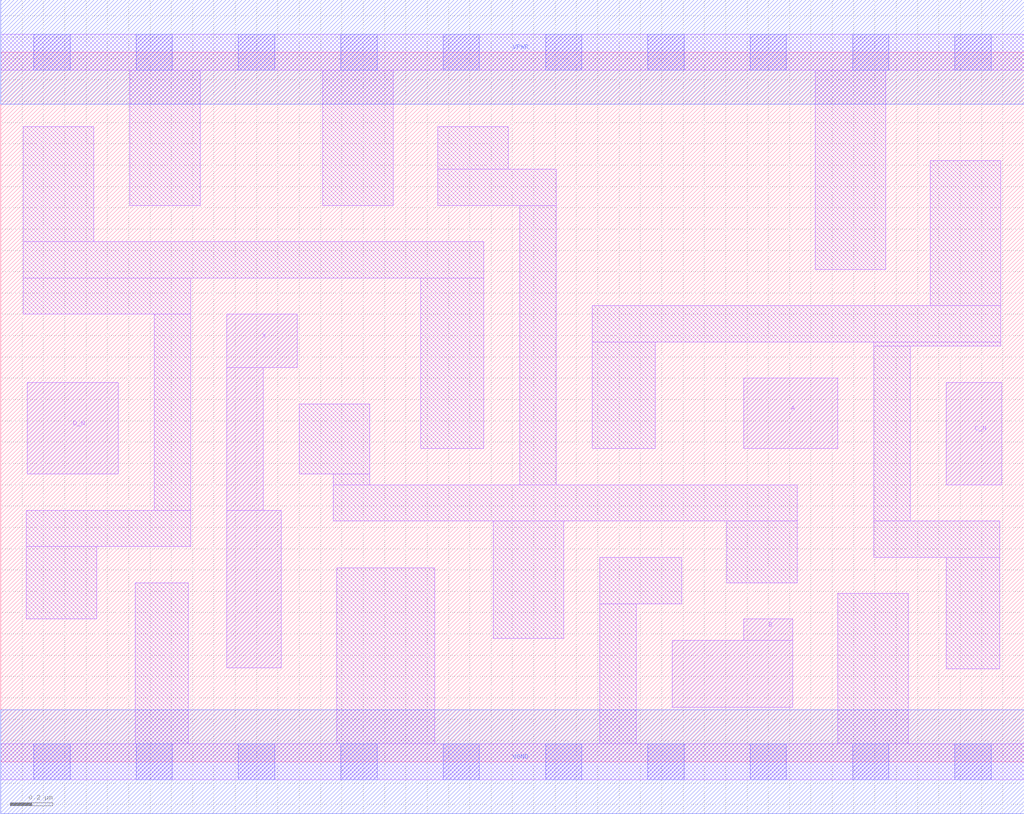
<source format=lef>
# Copyright 2020 The SkyWater PDK Authors
#
# Licensed under the Apache License, Version 2.0 (the "License");
# you may not use this file except in compliance with the License.
# You may obtain a copy of the License at
#
#     https://www.apache.org/licenses/LICENSE-2.0
#
# Unless required by applicable law or agreed to in writing, software
# distributed under the License is distributed on an "AS IS" BASIS,
# WITHOUT WARRANTIES OR CONDITIONS OF ANY KIND, either express or implied.
# See the License for the specific language governing permissions and
# limitations under the License.
#
# SPDX-License-Identifier: Apache-2.0

VERSION 5.5 ;
NAMESCASESENSITIVE ON ;
BUSBITCHARS "[]" ;
DIVIDERCHAR "/" ;
MACRO sky130_fd_sc_ls__or4bb_2
  CLASS CORE ;
  SOURCE USER ;
  ORIGIN  0.000000  0.000000 ;
  SIZE  4.800000 BY  3.330000 ;
  SYMMETRY X Y ;
  SITE unit ;
  PIN A
    ANTENNAGATEAREA  0.246000 ;
    DIRECTION INPUT ;
    USE SIGNAL ;
    PORT
      LAYER li1 ;
        RECT 3.485000 1.470000 3.925000 1.800000 ;
    END
  END A
  PIN B
    ANTENNAGATEAREA  0.246000 ;
    DIRECTION INPUT ;
    USE SIGNAL ;
    PORT
      LAYER li1 ;
        RECT 3.150000 0.255000 3.715000 0.570000 ;
        RECT 3.485000 0.570000 3.715000 0.670000 ;
    END
  END B
  PIN C_N
    ANTENNAGATEAREA  0.208000 ;
    DIRECTION INPUT ;
    USE SIGNAL ;
    PORT
      LAYER li1 ;
        RECT 4.435000 1.300000 4.695000 1.780000 ;
    END
  END C_N
  PIN D_N
    ANTENNAGATEAREA  0.208000 ;
    DIRECTION INPUT ;
    USE SIGNAL ;
    PORT
      LAYER li1 ;
        RECT 0.125000 1.350000 0.550000 1.780000 ;
    END
  END D_N
  PIN X
    ANTENNADIFFAREA  0.543200 ;
    DIRECTION OUTPUT ;
    USE SIGNAL ;
    PORT
      LAYER li1 ;
        RECT 1.060000 0.440000 1.315000 1.180000 ;
        RECT 1.060000 1.180000 1.230000 1.850000 ;
        RECT 1.060000 1.850000 1.390000 2.100000 ;
    END
  END X
  PIN VGND
    DIRECTION INOUT ;
    SHAPE ABUTMENT ;
    USE GROUND ;
    PORT
      LAYER met1 ;
        RECT 0.000000 -0.245000 4.800000 0.245000 ;
    END
  END VGND
  PIN VPWR
    DIRECTION INOUT ;
    SHAPE ABUTMENT ;
    USE POWER ;
    PORT
      LAYER met1 ;
        RECT 0.000000 3.085000 4.800000 3.575000 ;
    END
  END VPWR
  OBS
    LAYER li1 ;
      RECT 0.000000 -0.085000 4.800000 0.085000 ;
      RECT 0.000000  3.245000 4.800000 3.415000 ;
      RECT 0.105000  2.100000 0.890000 2.270000 ;
      RECT 0.105000  2.270000 2.265000 2.440000 ;
      RECT 0.105000  2.440000 0.435000 2.980000 ;
      RECT 0.120000  0.670000 0.450000 1.010000 ;
      RECT 0.120000  1.010000 0.890000 1.180000 ;
      RECT 0.605000  2.610000 0.935000 3.245000 ;
      RECT 0.630000  0.085000 0.880000 0.840000 ;
      RECT 0.720000  1.180000 0.890000 2.100000 ;
      RECT 1.400000  1.350000 1.730000 1.680000 ;
      RECT 1.510000  2.610000 1.840000 3.245000 ;
      RECT 1.560000  1.130000 3.735000 1.300000 ;
      RECT 1.560000  1.300000 1.730000 1.350000 ;
      RECT 1.575000  0.085000 2.035000 0.910000 ;
      RECT 1.970000  1.470000 2.265000 2.270000 ;
      RECT 2.050000  2.610000 2.605000 2.780000 ;
      RECT 2.050000  2.780000 2.380000 2.980000 ;
      RECT 2.310000  0.580000 2.640000 1.130000 ;
      RECT 2.435000  1.300000 2.605000 2.610000 ;
      RECT 2.775000  1.470000 3.070000 1.970000 ;
      RECT 2.775000  1.970000 4.690000 2.140000 ;
      RECT 2.810000  0.085000 2.980000 0.740000 ;
      RECT 2.810000  0.740000 3.195000 0.960000 ;
      RECT 3.405000  0.840000 3.735000 1.130000 ;
      RECT 3.820000  2.310000 4.150000 3.245000 ;
      RECT 3.925000  0.085000 4.255000 0.790000 ;
      RECT 4.095000  0.960000 4.685000 1.130000 ;
      RECT 4.095000  1.130000 4.265000 1.950000 ;
      RECT 4.095000  1.950000 4.690000 1.970000 ;
      RECT 4.360000  2.140000 4.690000 2.820000 ;
      RECT 4.435000  0.435000 4.685000 0.960000 ;
    LAYER mcon ;
      RECT 0.155000 -0.085000 0.325000 0.085000 ;
      RECT 0.155000  3.245000 0.325000 3.415000 ;
      RECT 0.635000 -0.085000 0.805000 0.085000 ;
      RECT 0.635000  3.245000 0.805000 3.415000 ;
      RECT 1.115000 -0.085000 1.285000 0.085000 ;
      RECT 1.115000  3.245000 1.285000 3.415000 ;
      RECT 1.595000 -0.085000 1.765000 0.085000 ;
      RECT 1.595000  3.245000 1.765000 3.415000 ;
      RECT 2.075000 -0.085000 2.245000 0.085000 ;
      RECT 2.075000  3.245000 2.245000 3.415000 ;
      RECT 2.555000 -0.085000 2.725000 0.085000 ;
      RECT 2.555000  3.245000 2.725000 3.415000 ;
      RECT 3.035000 -0.085000 3.205000 0.085000 ;
      RECT 3.035000  3.245000 3.205000 3.415000 ;
      RECT 3.515000 -0.085000 3.685000 0.085000 ;
      RECT 3.515000  3.245000 3.685000 3.415000 ;
      RECT 3.995000 -0.085000 4.165000 0.085000 ;
      RECT 3.995000  3.245000 4.165000 3.415000 ;
      RECT 4.475000 -0.085000 4.645000 0.085000 ;
      RECT 4.475000  3.245000 4.645000 3.415000 ;
  END
END sky130_fd_sc_ls__or4bb_2
END LIBRARY

</source>
